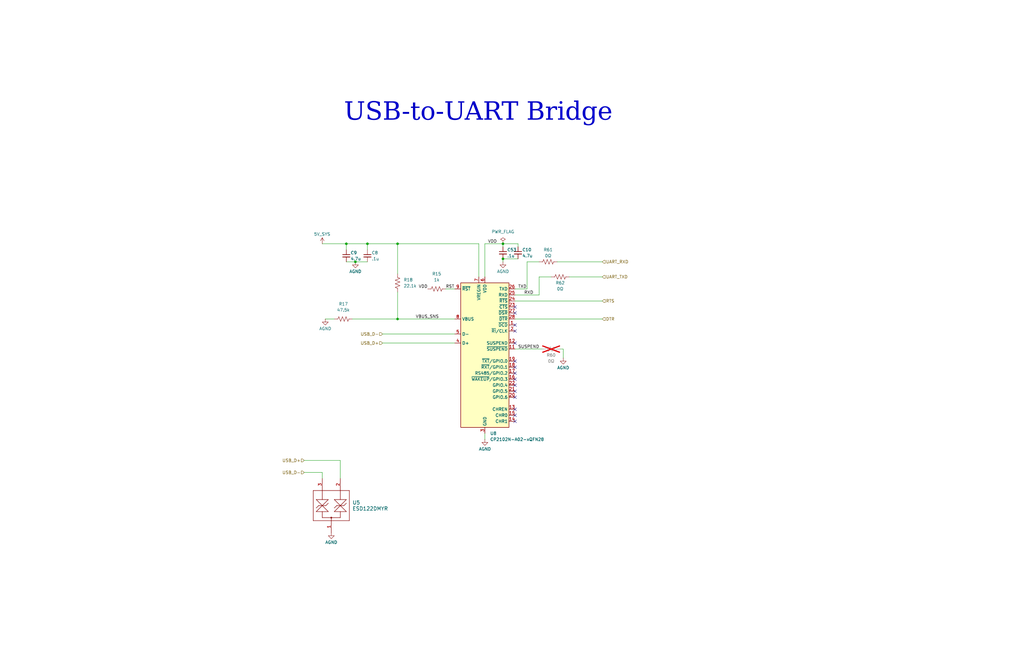
<source format=kicad_sch>
(kicad_sch (version 20231120) (generator "eeschema") (generator_version "8.0")
  (paper "B")
  (title_block (title "SCAN") (date "2025-01-30") (rev "v1.1") (company "Senior Design Group 35"))
  (lib_symbols
    (symbol "Device:C_Small" (pin_numbers hide) (pin_names (offset 0.254) hide)
      (property "Reference" "C" (at 0.254 1.778 0))
      (property "Value" "C_Small" (at 0.254 -2.032 0))
      (symbol "C_Small_0_1"
        (polyline (pts (xy -1.524 -0.508) (xy 1.524 -0.508)) (stroke (width 0.3302)))
        (polyline (pts (xy -1.524 0.508) (xy 1.524 0.508)) (stroke (width 0.3048)))
      )
      (symbol "C_Small_1_1"
        (pin passive line (at 0 2.54 270) (length 2.032) (name "~") (number "1"))
        (pin passive line (at 0 -2.54 90) (length 2.032) (name "~") (number "2"))
      )
    )
    (symbol "Device:R_US" (pin_numbers hide) (pin_names (offset 0))
      (property "Reference" "R" (at 2.54 0 90))
      (property "Value" "R_US" (at -2.54 0 90))
      (symbol "R_US_0_1"
        (polyline (pts (xy 0 -2.286) (xy 0 -2.54)))
        (polyline (pts (xy 0 2.286) (xy 0 2.54)))
        (polyline (pts (xy 0 -0.762) (xy 1.016 -1.143) (xy 0 -1.524) (xy -1.016 -1.905) (xy 0 -2.286)))
        (polyline (pts (xy 0 0.762) (xy 1.016 0.381) (xy 0 0) (xy -1.016 -0.381) (xy 0 -0.762)))
        (polyline (pts (xy 0 2.286) (xy 1.016 1.905) (xy 0 1.524) (xy -1.016 1.143) (xy 0 0.762)))
      )
      (symbol "R_US_1_1"
        (pin passive line (at 0 3.81 270) (length 1.27) (name "~") (number "1"))
        (pin passive line (at 0 -3.81 90) (length 1.27) (name "~") (number "2"))
      )
    )
    (symbol "Interface_USB:CP2102N-Axx-xQFN28"
      (property "Reference" "U6" (at 2.1941 -33.02 0))
      (property "Value" "CP2102N-A02-xQFN28" (at 2.1941 -35.56 0))
      (symbol "CP2102N-Axx-xQFN28_0_1"
        (rectangle (start -10.16 30.48) (end 10.16 -30.48) (stroke (width 0.254)) (fill (type background)))
      )
      (symbol "CP2102N-Axx-xQFN28_1_1"
        (pin input line (at 12.7 12.7 180) (length 2.54) (name "~{DCD}") (number "1"))
        (pin no_connect line (at -10.16 -27.94 0) (length 2.54) hide (name "NC") (number "10"))
        (pin output line (at 12.7 2.54 180) (length 2.54) (name "~{SUSPEND}") (number "11"))
        (pin output line (at 12.7 5.08 180) (length 2.54) (name "SUSPEND") (number "12"))
        (pin output line (at 12.7 -22.86 180) (length 2.54) (name "CHREN") (number "13"))
        (pin output line (at 12.7 -27.94 180) (length 2.54) (name "CHR1") (number "14"))
        (pin output line (at 12.7 -25.4 180) (length 2.54) (name "CHR0") (number "15"))
        (pin bidirectional line (at 12.7 -10.16 180) (length 2.54) (name "~{WAKEUP}/GPIO.3") (number "16"))
        (pin bidirectional line (at 12.7 -7.62 180) (length 2.54) (name "RS485/GPIO.2") (number "17"))
        (pin bidirectional line (at 12.7 -5.08 180) (length 2.54) (name "~{RXT}/GPIO.1") (number "18"))
        (pin bidirectional line (at 12.7 -2.54 180) (length 2.54) (name "~{TXT}/GPIO.0") (number "19"))
        (pin bidirectional line (at 12.7 10.16 180) (length 2.54) (name "~{RI}/CLK") (number "2"))
        (pin bidirectional line (at 12.7 -17.78 180) (length 2.54) (name "GPIO.6") (number "20"))
        (pin bidirectional line (at 12.7 -15.24 180) (length 2.54) (name "GPIO.5") (number "21"))
        (pin bidirectional line (at 12.7 -12.7 180) (length 2.54) (name "GPIO.4") (number "22"))
        (pin input line (at 12.7 20.32 180) (length 2.54) (name "~{CTS}") (number "23"))
        (pin output line (at 12.7 22.86 180) (length 2.54) (name "~{RTS}") (number "24"))
        (pin input line (at 12.7 25.4 180) (length 2.54) (name "RXD") (number "25"))
        (pin output line (at 12.7 27.94 180) (length 2.54) (name "TXD") (number "26"))
        (pin input line (at 12.7 17.78 180) (length 2.54) (name "~{DSR}") (number "27"))
        (pin output line (at 12.7 15.24 180) (length 2.54) (name "~{DTR}") (number "28"))
        (pin passive line (at 0 -33.02 90) (length 2.54) hide (name "GND") (number "29"))
        (pin power_in line (at 0 -33.02 90) (length 2.54) (name "GND") (number "3"))
        (pin bidirectional line (at -12.7 5.08 0) (length 2.54) (name "D+") (number "4"))
        (pin bidirectional line (at -12.7 8.89 0) (length 2.54) (name "D-") (number "5"))
        (pin power_in line (at 0 33.02 270) (length 2.54) (name "VDD") (number "6"))
        (pin power_in line (at -2.54 33.02 270) (length 2.54) (name "VREGIN") (number "7"))
        (pin input line (at -12.7 15.24 0) (length 2.54) (name "VBUS") (number "8"))
        (pin input line (at -12.7 27.94 0) (length 2.54) (name "~{RST}") (number "9"))
      )
    )
    (symbol "custom_symbols:ESD122DMYR" (pin_names (offset 0.254))
      (property "Reference" "U" (at 0 1.27 0))
      (property "Value" "ESD122DMYR" (at 0 0 0))
      (symbol "ESD122DMYR_0_1"
        (circle (center -5.08 0) (radius 0.254) (stroke (width 0.2032)))
        (polyline (pts (xy -6.35 -7.62) (xy 6.35 -7.62)) (stroke (width 0.2032)))
        (polyline (pts (xy -6.35 0) (xy -5.08 0)) (stroke (width 0.2032)))
        (polyline (pts (xy -6.35 7.62) (xy -6.35 -7.62)) (stroke (width 0.2032)))
        (polyline (pts (xy -5.08 0) (xy -5.08 -3.81)) (stroke (width 0.2032)))
        (polyline (pts (xy -5.08 3.81) (xy -5.08 0)) (stroke (width 0.2032)))
        (polyline (pts (xy -2.54 -6.35) (xy 0 -3.81)) (stroke (width 0.2032)))
        (polyline (pts (xy -2.54 -3.81) (xy -5.08 -3.81)) (stroke (width 0.2032)))
        (polyline (pts (xy -2.54 -1.27) (xy -2.54 -6.35)) (stroke (width 0.2032)))
        (polyline (pts (xy -2.54 1.27) (xy 0 3.81)) (stroke (width 0.2032)))
        (polyline (pts (xy -2.54 3.81) (xy -5.08 3.81)) (stroke (width 0.2032)))
        (polyline (pts (xy -2.54 6.35) (xy -2.54 1.27)) (stroke (width 0.2032)))
        (polyline (pts (xy 0 -5.334) (xy 0 -2.286)) (stroke (width 0.2032)))
        (polyline (pts (xy 0 -3.81) (xy -2.54 -1.27)) (stroke (width 0.2032)))
        (polyline (pts (xy 0 -3.81) (xy 2.54 -1.27)) (stroke (width 0.2032)))
        (polyline (pts (xy 0 -2.286) (xy -1.016 -1.27)) (stroke (width 0.2032)))
        (polyline (pts (xy 0 2.286) (xy 0 5.334)) (stroke (width 0.2032)))
        (polyline (pts (xy 0 3.81) (xy -2.54 6.35)) (stroke (width 0.2032)))
        (polyline (pts (xy 0 3.81) (xy 2.54 6.35)) (stroke (width 0.2032)))
        (polyline (pts (xy 0 5.334) (xy -1.016 6.35)) (stroke (width 0.2032)))
        (polyline (pts (xy 1.016 -6.35) (xy 0 -5.334)) (stroke (width 0.2032)))
        (polyline (pts (xy 1.016 1.27) (xy 0 2.286)) (stroke (width 0.2032)))
        (polyline (pts (xy 2.54 -6.35) (xy 0 -3.81)) (stroke (width 0.2032)))
        (polyline (pts (xy 2.54 -1.27) (xy 2.54 -6.35)) (stroke (width 0.2032)))
        (polyline (pts (xy 2.54 1.27) (xy 0 3.81)) (stroke (width 0.2032)))
        (polyline (pts (xy 2.54 6.35) (xy 2.54 1.27)) (stroke (width 0.2032)))
        (polyline (pts (xy 6.35 -7.62) (xy 6.35 7.62)) (stroke (width 0.2032)))
        (polyline (pts (xy 6.35 -3.81) (xy 2.54 -3.81)) (stroke (width 0.2032)))
        (polyline (pts (xy 6.35 3.81) (xy 2.54 3.81)) (stroke (width 0.2032)))
        (polyline (pts (xy 6.35 7.62) (xy -6.35 7.62)) (stroke (width 0.2032)))
      )
      (symbol "ESD122DMYR_1_1"
        (pin unspecified line (at -11.43 0 0) (length 5.08) (name "") (number "1"))
        (pin unspecified line (at 11.43 -3.81 180) (length 5.08) (name "") (number "2"))
        (pin unspecified line (at 11.43 3.81 180) (length 5.08) (name "") (number "3"))
      )
    )
    (symbol "power:+3.3V" (power) (pin_numbers hide) (pin_names (offset 0) hide)
      (property "Value" "+3.3V" (at 0 3.556 0))
      (symbol "+3.3V_0_1"
        (polyline (pts (xy -0.762 1.27) (xy 0 2.54)))
        (polyline (pts (xy 0 0) (xy 0 2.54)))
        (polyline (pts (xy 0 2.54) (xy 0.762 1.27)))
      )
      (symbol "+3.3V_1_1"
        (pin power_in line (at 0 0 90) (length 0) (name "~") (number "1"))
      )
    )
    (symbol "power:GND" (power) (pin_numbers hide) (pin_names (offset 0) hide)
      (property "Value" "GND" (at 0 -3.81 0))
      (symbol "GND_0_1"
        (polyline (pts (xy 0 0) (xy 0 -1.27) (xy 1.27 -1.27) (xy 0 -2.54) (xy -1.27 -1.27) (xy 0 -1.27)))
      )
      (symbol "GND_1_1"
        (pin power_in line (at 0 0 270) (length 0) (name "~") (number "1"))
      )
    )
    (symbol "power:PWR_FLAG" (power) (pin_numbers hide) (pin_names (offset 0) hide)
      (property "Value" "PWR_FLAG" (at 0 3.81 0))
      (symbol "PWR_FLAG_0_0"
        (pin power_out line (at 0 0 90) (length 0) (name "~") (number "1"))
      )
      (symbol "PWR_FLAG_0_1"
        (polyline (pts (xy 0 0) (xy 0 1.27) (xy -1.016 1.905) (xy 0 2.54) (xy 1.016 1.905) (xy 0 1.27)))
      )
    )
  )
  (junction (at 154.94 102.87))
  (junction (at 146.05 102.87))
  (junction (at 149.86 110.49))
  (junction (at 212.09 109.22))
  (junction (at 167.64 102.87))
  (junction (at 212.09 102.87))
  (junction (at 167.64 134.62))
  (no_connect (at 217.17 162.56))
  (no_connect (at 217.17 132.08))
  (no_connect (at 217.17 139.7))
  (no_connect (at 217.17 165.1))
  (no_connect (at 217.17 152.4))
  (no_connect (at 217.17 160.02))
  (no_connect (at 217.17 177.8))
  (no_connect (at 217.17 154.94))
  (no_connect (at 217.17 167.64))
  (no_connect (at 217.17 175.26))
  (no_connect (at 217.17 137.16))
  (no_connect (at 217.17 172.72))
  (no_connect (at 217.17 157.48))
  (no_connect (at 217.17 144.78))
  (no_connect (at 217.17 129.54))
  (wire (pts (xy 167.64 102.87) (xy 167.64 115.57)))
  (wire (pts (xy 146.05 110.49) (xy 149.86 110.49)))
  (wire (pts (xy 227.33 116.84) (xy 232.41 116.84)))
  (wire (pts (xy 128.27 199.39) (xy 135.89 199.39)))
  (wire (pts (xy 227.33 124.46) (xy 217.17 124.46)))
  (wire (pts (xy 218.44 109.22) (xy 212.09 109.22)))
  (wire (pts (xy 212.09 102.87) (xy 204.47 102.87)))
  (wire (pts (xy 149.86 110.49) (xy 154.94 110.49)))
  (wire (pts (xy 146.05 102.87) (xy 154.94 102.87)))
  (wire (pts (xy 204.47 182.88) (xy 204.47 185.42)))
  (wire (pts (xy 234.95 110.49) (xy 254 110.49)))
  (wire (pts (xy 217.17 127) (xy 254 127)))
  (wire (pts (xy 137.16 134.62) (xy 140.97 134.62)))
  (wire (pts (xy 135.89 199.39) (xy 135.89 201.93)))
  (wire (pts (xy 201.93 102.87) (xy 167.64 102.87)))
  (wire (pts (xy 187.96 121.92) (xy 191.77 121.92)))
  (wire (pts (xy 236.22 147.32) (xy 237.49 147.32)))
  (wire (pts (xy 217.17 147.32) (xy 228.6 147.32)))
  (wire (pts (xy 217.17 134.62) (xy 254 134.62)))
  (wire (pts (xy 154.94 102.87) (xy 167.64 102.87)))
  (wire (pts (xy 212.09 109.22) (xy 212.09 110.49)))
  (wire (pts (xy 128.27 194.31) (xy 143.51 194.31)))
  (wire (pts (xy 135.89 102.87) (xy 146.05 102.87)))
  (wire (pts (xy 201.93 102.87) (xy 201.93 116.84)))
  (wire (pts (xy 154.94 102.87) (xy 154.94 105.41)))
  (wire (pts (xy 143.51 194.31) (xy 143.51 201.93)))
  (wire (pts (xy 148.59 134.62) (xy 167.64 134.62)))
  (wire (pts (xy 222.25 110.49) (xy 222.25 121.92)))
  (wire (pts (xy 161.29 140.97) (xy 191.77 140.97)))
  (wire (pts (xy 212.09 104.14) (xy 212.09 102.87)))
  (wire (pts (xy 240.03 116.84) (xy 254 116.84)))
  (wire (pts (xy 167.64 134.62) (xy 191.77 134.62)))
  (wire (pts (xy 222.25 121.92) (xy 217.17 121.92)))
  (wire (pts (xy 237.49 147.32) (xy 237.49 151.13)))
  (wire (pts (xy 167.64 123.19) (xy 167.64 134.62)))
  (wire (pts (xy 161.29 144.78) (xy 191.77 144.78)))
  (wire (pts (xy 212.09 102.87) (xy 218.44 102.87)))
  (wire (pts (xy 204.47 102.87) (xy 204.47 116.84)))
  (wire (pts (xy 146.05 105.41) (xy 146.05 102.87)))
  (wire (pts (xy 218.44 102.87) (xy 218.44 104.14)))
  (wire (pts (xy 227.33 116.84) (xy 227.33 124.46)))
  (wire (pts (xy 222.25 110.49) (xy 227.33 110.49)))
  (text "USB-to-UART Bridge" (at 201.676 49.53 0) (effects (font (size 7.62 7.62) (thickness 0.9525))))
  (label "VDD" (at 180.34 121.92 180))
  (label "RXD" (at 220.98 124.46 0))
  (label "SUSPEND" (at 218.44 147.32 0))
  (label "RST" (at 187.96 121.92 0))
  (label "VBUS_SNS" (at 175.26 134.62 0))
  (label "TXD" (at 218.44 121.92 0))
  (label "VDD" (at 209.55 102.87 180))
  (hierarchical_label "USB_D-" (shape input) (at 128.27 199.39 180))
  (hierarchical_label "USB_D+" (shape input) (at 128.27 194.31 180))
  (hierarchical_label "USB_D-" (shape input) (at 161.29 140.97 180))
  (hierarchical_label "DTR" (shape input) (at 254 134.62 0))
  (hierarchical_label "USB_D+" (shape input) (at 161.29 144.78 180))
  (hierarchical_label "UART_RXD" (shape input) (at 254 110.49 0))
  (hierarchical_label "RTS" (shape input) (at 254 127 0))
  (hierarchical_label "UART_TXD" (shape input) (at 254 116.84 0))
  (symbol (lib_id "power:GND") (at 149.86 110.49 0) (unit 1)
    (property "Reference" "#PWR031" (effects (hide yes)))
    (property "Value" "AGND" (at 149.86 114.554 0))
    (property "Description" "Power symbol creates a global label with name \"GND\" , ground" (effects (hide yes)))
  )
  (symbol (lib_id "Device:C_Small") (at 218.44 106.68 0) (unit 1)
    (property "Reference" "C10" (at 220.218 105.41 0) (effects (justify left)))
    (property "Value" "4.7u" (at 220.218 107.95 0) (effects (justify left)))
    (property "Footprint" "Capacitor_SMD:C_0603_1608Metric" (effects (hide yes)))
    (property "Description" "25V (25%)" (effects (hide yes)))
  )
  (symbol (lib_id "power:PWR_FLAG") (at 212.09 102.87 0) (unit 1)
    (property "Reference" "#FLG03" (effects (hide yes)))
    (property "Value" "PWR_FLAG" (at 212.09 97.79 0))
    (property "Description" "Special symbol for telling ERC where power comes from" (effects (hide yes)))
  )
  (symbol (lib_id "power:GND") (at 237.49 151.13 0) (unit 1)
    (property "Reference" "#PWR094" (effects (hide yes)))
    (property "Value" "AGND" (at 237.49 155.194 0))
    (property "Description" "Power symbol creates a global label with name \"GND\" , ground" (effects (hide yes)))
  )
  (symbol (lib_id "custom_symbols:ESD122DMYR") (at 139.7 213.36 90) (unit 1)
    (property "Reference" "U5" (at 148.59 212.0899 90) (effects (font (size 1.524 1.524)) (justify right)))
    (property "Value" "ESD122DMYR" (at 148.59 214.6299 90) (effects (font (size 1.524 1.524)) (justify right)))
    (property "Footprint" "SCAN_footprints:DMY0003A" (effects (hide yes)))
    (property "Datasheet" "ESD122DMYR" (effects (hide yes)))
  )
  (symbol (lib_id "Device:C_Small") (at 154.94 107.95 0) (unit 1)
    (property "Reference" "C8" (at 156.718 106.68 0) (effects (justify left)))
    (property "Value" ".1u" (at 156.718 109.22 0) (effects (justify left)))
    (property "Footprint" "Capacitor_SMD:C_0603_1608Metric" (effects (hide yes)))
    (property "Description" "25V (25%)" (effects (hide yes)))
  )
  (symbol (lib_id "power:+3.3V") (at 135.89 102.87 0) (unit 1)
    (property "Reference" "#PWR039" (effects (hide yes)))
    (property "Value" "5V_SYS" (at 132.334 98.806 0) (effects (justify left)))
    (property "Description" "Power symbol creates a global label with name \"+3.3V\"" (effects (hide yes)))
  )
  (symbol (lib_id "power:GND") (at 204.47 185.42 0) (unit 1)
    (property "Reference" "#PWR093" (effects (hide yes)))
    (property "Value" "AGND" (at 204.47 189.484 0))
    (property "Description" "Power symbol creates a global label with name \"GND\" , ground" (effects (hide yes)))
  )
  (symbol (lib_id "Device:R_US") (at 184.15 121.92 90) (unit 1)
    (property "Reference" "R15" (at 184.15 115.57 90))
    (property "Value" "1k" (at 184.15 118.11 90))
    (property "Footprint" "Resistor_SMD:R_0805_2012Metric" (effects (hide yes)))
    (property "Description" "Resistor, US symbol" (effects (hide yes)))
  )
  (symbol (lib_id "Device:R_US") (at 231.14 110.49 90) (unit 1)
    (property "Reference" "R61" (at 231.14 105.41 90))
    (property "Value" "0Ω" (at 231.14 107.95 90))
    (property "Footprint" "Resistor_SMD:R_0805_2012Metric" (effects (hide yes)))
    (property "Description" "1%" (effects (hide yes)))
  )
  (symbol (lib_id "power:GND") (at 139.7 224.79 0) (unit 1)
    (property "Reference" "#PWR036" (effects (hide yes)))
    (property "Value" "AGND" (at 139.7 228.854 0))
    (property "Description" "Power symbol creates a global label with name \"GND\" , ground" (effects (hide yes)))
  )
  (symbol (lib_id "Device:R_US") (at 236.22 116.84 90) (unit 1)
    (property "Reference" "R62" (at 236.22 119.38 90))
    (property "Value" "0Ω" (at 236.22 121.92 90))
    (property "Footprint" "Resistor_SMD:R_0805_2012Metric" (effects (hide yes)))
    (property "Description" "1%" (effects (hide yes)))
  )
  (symbol (lib_id "power:GND") (at 212.09 110.49 0) (unit 1)
    (property "Reference" "#PWR095" (effects (hide yes)))
    (property "Value" "AGND" (at 212.09 114.554 0))
    (property "Description" "Power symbol creates a global label with name \"GND\" , ground" (effects (hide yes)))
  )
  (symbol (lib_id "Device:R_US") (at 167.64 119.38 180) (unit 1)
    (property "Reference" "R18" (at 170.18 118.1099 0) (effects (justify right)))
    (property "Value" "22.1k" (at 170.18 120.6499 0) (effects (justify right)))
    (property "Footprint" "Resistor_SMD:R_0805_2012Metric" (effects (hide yes)))
    (property "Description" "Resistor, US symbol" (effects (hide yes)))
  )
  (symbol (lib_id "power:GND") (at 137.16 134.62 0) (unit 1)
    (property "Reference" "#PWR038" (effects (hide yes)))
    (property "Value" "AGND" (at 137.16 138.684 0))
    (property "Description" "Power symbol creates a global label with name \"GND\" , ground" (effects (hide yes)))
  )
  (symbol (lib_id "Interface_USB:CP2102N-Axx-xQFN28") (at 204.47 149.86 0) (unit 1)
    (property "Reference" "U8" (at 206.6641 182.88 0) (effects (justify left)))
    (property "Value" "CP2102N-A02-xQFN28" (at 206.6641 185.42 0) (effects (justify left)))
    (property "Footprint" "Package_DFN_QFN:QFN-28-1EP_5x5mm_P0.5mm_EP3.35x3.35mm" (effects (hide yes)))
    (property "Datasheet" "https://www.silabs.com/documents/public/data-sheets/cp2102n-datasheet.pdf" (effects (hide yes)))
    (property "Description" "USB to UART master bridge, QFN-28" (effects (hide yes)))
  )
  (symbol (lib_id "Device:R_US") (at 232.41 147.32 90) (unit 1) (dnp yes)
    (property "Reference" "R60" (at 232.41 149.86 90))
    (property "Value" "0Ω" (at 232.41 152.4 90))
    (property "Footprint" "Resistor_SMD:R_0805_2012Metric" (effects (hide yes)))
    (property "Description" "1%" (effects (hide yes)))
  )
  (symbol (lib_id "Device:R_US") (at 144.78 134.62 90) (unit 1)
    (property "Reference" "R17" (at 144.78 128.27 90))
    (property "Value" "47.5k" (at 144.78 130.81 90))
    (property "Footprint" "Resistor_SMD:R_0805_2012Metric" (effects (hide yes)))
    (property "Description" "Resistor, US symbol" (effects (hide yes)))
  )
  (symbol (lib_id "Device:C_Small") (at 146.05 107.95 0) (unit 1)
    (property "Reference" "C9" (at 147.828 106.68 0) (effects (justify left)))
    (property "Value" "4.7u" (at 147.828 109.22 0) (effects (justify left)))
    (property "Footprint" "Capacitor_SMD:C_0603_1608Metric" (effects (hide yes)))
    (property "Description" "25V (25%)" (effects (hide yes)))
  )
  (symbol (lib_id "Device:C_Small") (at 212.09 106.68 0) (unit 1)
    (property "Reference" "C53" (at 213.868 105.41 0) (effects (justify left)))
    (property "Value" ".1u" (at 213.868 107.95 0) (effects (justify left)))
    (property "Footprint" "Capacitor_SMD:C_0603_1608Metric" (effects (hide yes)))
    (property "Description" "25V (25%)" (effects (hide yes)))
  )
)
</source>
